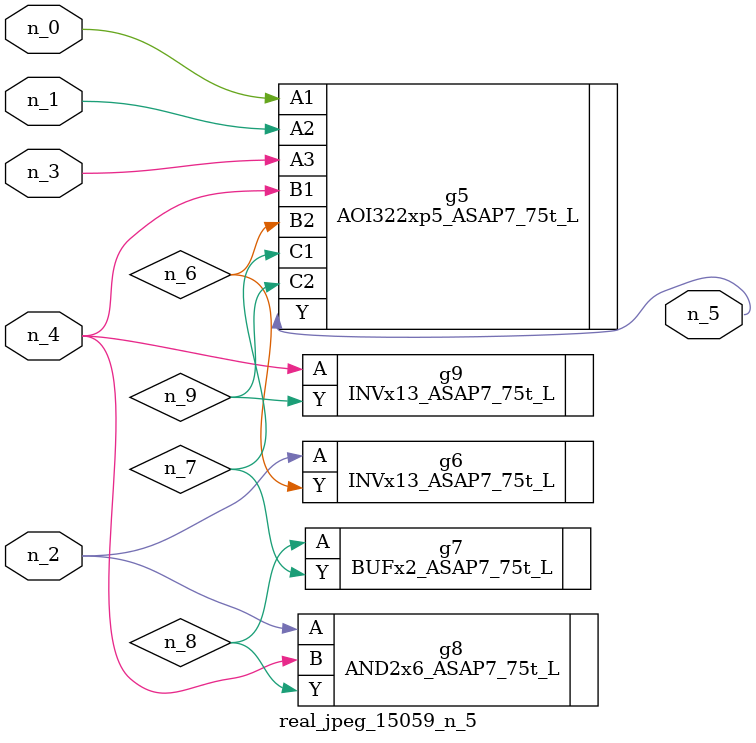
<source format=v>
module real_jpeg_15059_n_5 (n_4, n_0, n_1, n_2, n_3, n_5);

input n_4;
input n_0;
input n_1;
input n_2;
input n_3;

output n_5;

wire n_8;
wire n_6;
wire n_7;
wire n_9;

AOI322xp5_ASAP7_75t_L g5 ( 
.A1(n_0),
.A2(n_1),
.A3(n_3),
.B1(n_4),
.B2(n_6),
.C1(n_7),
.C2(n_9),
.Y(n_5)
);

INVx13_ASAP7_75t_L g6 ( 
.A(n_2),
.Y(n_6)
);

AND2x6_ASAP7_75t_L g8 ( 
.A(n_2),
.B(n_4),
.Y(n_8)
);

INVx13_ASAP7_75t_L g9 ( 
.A(n_4),
.Y(n_9)
);

BUFx2_ASAP7_75t_L g7 ( 
.A(n_8),
.Y(n_7)
);


endmodule
</source>
